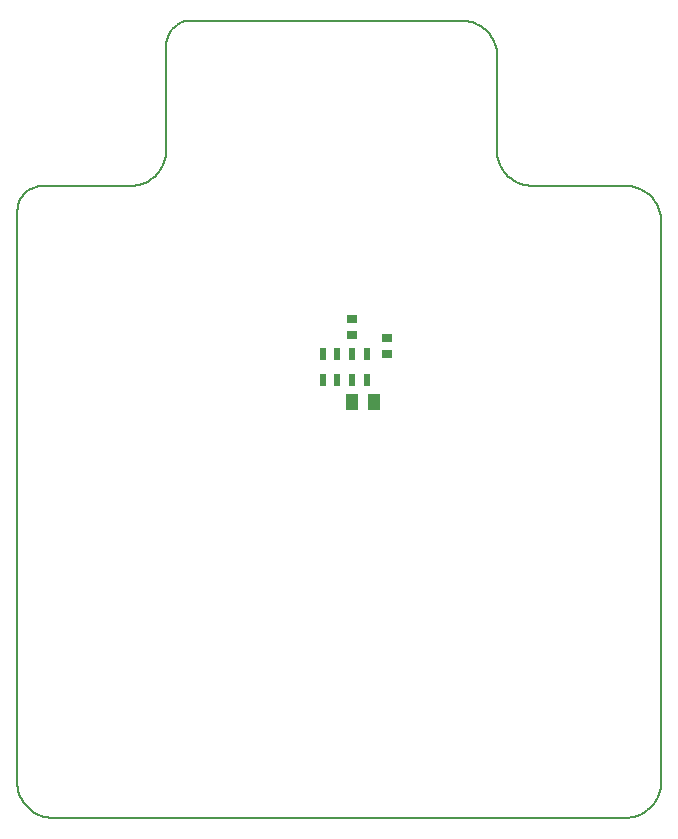
<source format=gbp>
G04*
G04 #@! TF.GenerationSoftware,Altium Limited,Altium Designer,22.4.2 (48)*
G04*
G04 Layer_Color=128*
%FSLAX44Y44*%
%MOMM*%
G71*
G04*
G04 #@! TF.SameCoordinates,AE55E6FE-B37C-48CA-A5CC-AE0976963D19*
G04*
G04*
G04 #@! TF.FilePolarity,Positive*
G04*
G01*
G75*
%ADD19C,0.2032*%
%ADD20R,1.0000X1.4000*%
%ADD28R,0.9500X0.8000*%
%ADD74R,0.6000X1.1000*%
D19*
X406086Y565073D02*
X406189Y562589D01*
X406496Y560122D01*
X407006Y557689D01*
X407716Y555307D01*
X408619Y552991D01*
X409711Y550757D01*
X410984Y548622D01*
X412428Y546599D01*
X414035Y544702D01*
X415793Y542944D01*
X417690Y541337D01*
X419713Y539893D01*
X421848Y538620D01*
X424082Y537528D01*
X426398Y536625D01*
X428780Y535915D01*
X431213Y535405D01*
X433680Y535098D01*
X436164Y534995D01*
X406086Y644998D02*
X405983Y647476D01*
X405676Y649936D01*
X405167Y652363D01*
X404460Y654740D01*
X403558Y657050D01*
X402469Y659278D01*
X401200Y661408D01*
X399759Y663426D01*
X398156Y665319D01*
X396403Y667072D01*
X394510Y668675D01*
X392492Y670116D01*
X390362Y671385D01*
X388134Y672474D01*
X385824Y673376D01*
X383447Y674083D01*
X381020Y674592D01*
X378560Y674899D01*
X376082Y675001D01*
X514984Y1D02*
X517463Y103D01*
X519925Y410D01*
X522353Y919D01*
X524731Y1627D01*
X527043Y2529D01*
X529271Y3619D01*
X531403Y4889D01*
X533422Y6330D01*
X535315Y7934D01*
X537070Y9688D01*
X538673Y11581D01*
X540115Y13600D01*
X541385Y15732D01*
X542474Y17961D01*
X543376Y20272D01*
X544084Y22650D01*
X544593Y25078D01*
X544900Y27540D01*
X545003Y30019D01*
X545003Y504993D02*
X544900Y507470D01*
X544593Y509931D01*
X544085Y512358D01*
X543377Y514734D01*
X542476Y517044D01*
X541386Y519272D01*
X540117Y521402D01*
X538676Y523420D01*
X537074Y525313D01*
X535320Y527066D01*
X533428Y528669D01*
X531410Y530109D01*
X529280Y531379D01*
X527052Y532468D01*
X524742Y533369D01*
X522366Y534077D01*
X519939Y534586D01*
X517478Y534892D01*
X515000Y534995D01*
X147201Y675001D02*
X144643Y674847D01*
X142123Y674385D01*
X139678Y673623D01*
X137341Y672571D01*
X135149Y671246D01*
X133132Y669666D01*
X131321Y667855D01*
X129741Y665838D01*
X128415Y663645D01*
X127364Y661309D01*
X126602Y658863D01*
X126140Y656343D01*
X125985Y653786D01*
X95967Y534995D02*
X98446Y535097D01*
X100907Y535404D01*
X103336Y535913D01*
X105714Y536621D01*
X108025Y537523D01*
X110254Y538613D01*
X112385Y539883D01*
X114404Y541325D01*
X116298Y542928D01*
X118052Y544682D01*
X119655Y546576D01*
X121097Y548595D01*
X122367Y550726D01*
X123457Y552955D01*
X124359Y555266D01*
X125066Y557644D01*
X125576Y560072D01*
X125883Y562534D01*
X125985Y565013D01*
X2Y30039D02*
X105Y27558D01*
X412Y25094D01*
X922Y22665D01*
X1630Y20285D01*
X2532Y17973D01*
X3623Y15742D01*
X4894Y13609D01*
X6336Y11589D01*
X7941Y9694D01*
X9696Y7939D01*
X11591Y6334D01*
X13611Y4892D01*
X15744Y3621D01*
X17974Y2531D01*
X20287Y1628D01*
X22666Y920D01*
X25096Y410D01*
X27560Y103D01*
X30040Y1D01*
X21261Y534995D02*
X18699Y534840D01*
X16173Y534377D01*
X13723Y533613D01*
X11382Y532560D01*
X9185Y531232D01*
X7164Y529648D01*
X5349Y527833D01*
X3765Y525812D01*
X2437Y523615D01*
X1384Y521275D01*
X620Y518824D01*
X157Y516299D01*
X2Y513736D01*
X406086Y644997D02*
X406086Y565073D01*
X147201Y675001D02*
X376082D01*
X545003Y30019D02*
Y504992D01*
X436164Y534995D02*
X515000D01*
X125985Y565013D02*
X125985Y653786D01*
X21261Y534995D02*
X95967D01*
X30040Y1D02*
X514984D01*
X2Y30039D02*
Y513736D01*
D20*
X302232Y352086D02*
D03*
X283732D02*
D03*
D28*
X312723Y406446D02*
D03*
Y392946D02*
D03*
X283673Y422317D02*
D03*
Y408817D02*
D03*
D74*
X270989Y370904D02*
D03*
X258489D02*
D03*
X295989D02*
D03*
X283489D02*
D03*
X258489Y392904D02*
D03*
X295989D02*
D03*
X270989D02*
D03*
X283489D02*
D03*
M02*

</source>
